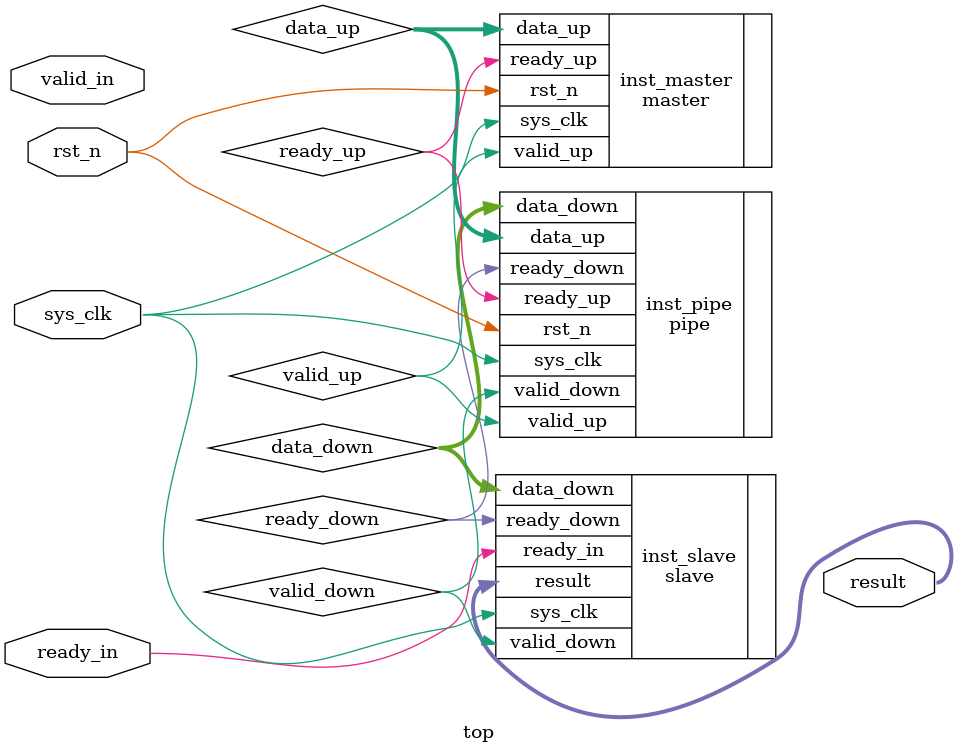
<source format=v>
module top
(
    input wire        sys_clk,
    input wire        rst_n,
    input wire        valid_in,
    input wire        ready_in,

    output wire [2:0] result
);

wire       valid_up;
wire       valid_down;
wire       ready_down;
wire       ready_up;
wire [2:0] data_up;
wire [2:0] data_down;


master inst_master
(
    .sys_clk (sys_clk),
    .rst_n   (rst_n),
    .ready_up(ready_up),

    .valid_up(valid_up),
    .data_up (data_up) 
);


pipe inst_pipe
(
    .sys_clk   (sys_clk),
    .rst_n     (rst_n),    
    .valid_up  (valid_up),
    .data_up   (data_up),
    .ready_down(ready_down),

    .ready_up  (ready_up),
    .valid_down(valid_down),
    .data_down (data_down)
);


slave inst_slave
(
    .sys_clk   (sys_clk),
    .ready_in  (ready_in),
    .valid_down(valid_down),
    .data_down (data_down),


    .ready_down(ready_down),
    .result    (result)
);


endmodule
</source>
